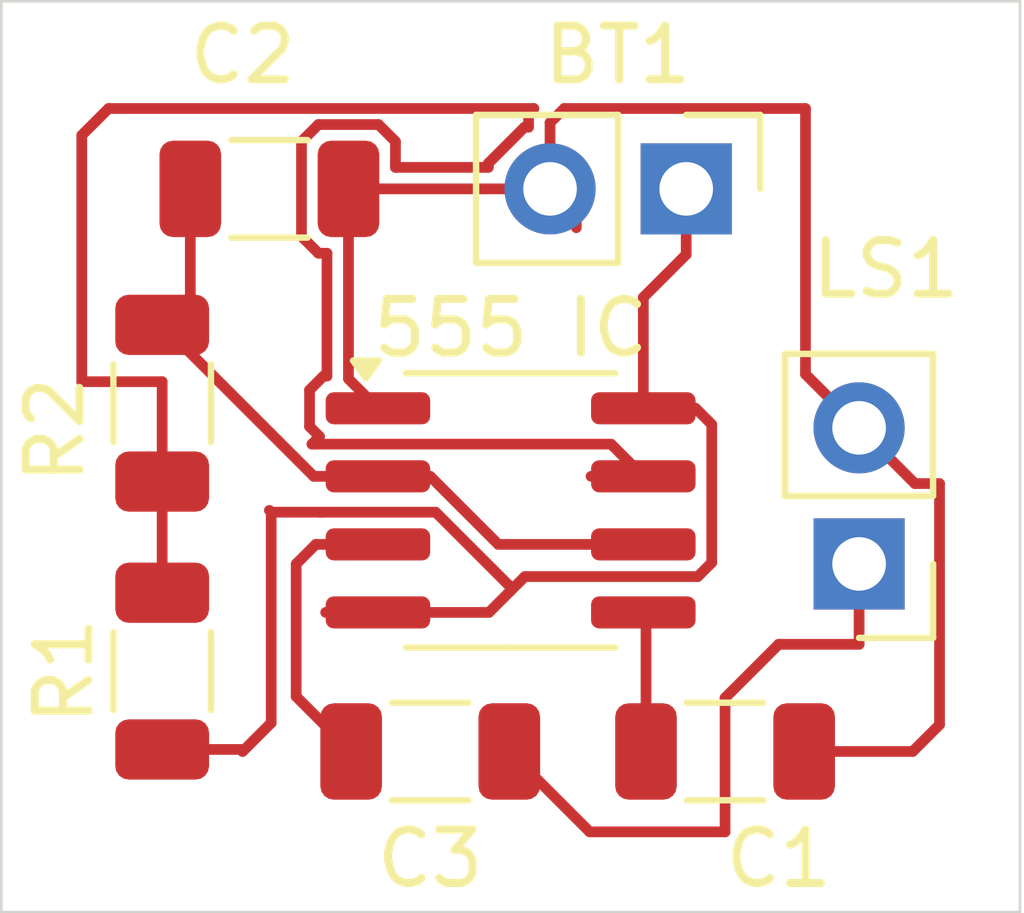
<source format=kicad_pcb>
(kicad_pcb (version 20241229) (generator "pcbnew") (generator_version "9.0")
  (layers (0 "F.Cu" signal) (2 "B.Cu" signal) (13 "F.Paste" user) (15 "B.Paste" user) (5 "F.SilkS" user "F.Silkscreen") (7 "B.SilkS" user "B.Silkscreen") (1 "F.Mask" user) (3 "B.Mask" user) (25 "Edge.Cuts" user))
  (net 0 "")
  (net 1 "GND")
  (net 2 "vcc")
  (net 3 "Net-(U1-CV)")
  (net 4 "trig")
  (net 5 "Net-(U1-Q)")
  (net 6 "Net-(C3-Pad2)")
  (net 7 "Net-(U1-DIS)")
  (footprint "Resistor_SMD:R_1206_3216Metric" (layer "F.Cu") (at 75 89.5 90)
    (property "Reference" "R2" (at -0.5 -2 90) (layer "F.SilkS"))
    (property "Value" "100k")
    (fp_line (start -0.727064 -0.91) (end 0.727064 -0.91) (stroke (width 0.12)) (layer "F.SilkS"))
    (fp_line (start -0.727064 0.91) (end 0.727064 0.91) (stroke (width 0.12)) (layer "F.SilkS"))
    (pad "1" smd roundrect (at -1.4625 0 90) (size 1.125 1.75) (layers "F.Cu" "F.Mask" "F.Paste") (roundrect_rratio 0.222222) (net 7 "Net-(U1-DIS)"))
    (pad "2" smd roundrect (at 1.4625 0 90) (size 1.125 1.75) (layers "F.Cu" "F.Mask" "F.Paste") (roundrect_rratio 0.222222) (net 4 "trig"))
  )
  (footprint "Connector_PinHeader_2.54mm:PinHeader_1x02_P2.54mm_Vertical" (layer "F.Cu") (at 88 92.5 180)
    (property "Reference" "LS1" (at -0.5 5.5 0) (layer "F.SilkS"))
    (property "Value" "Speaker")
    (fp_line (start 1.38 1.27) (end 1.38 3.92) (stroke (width 0.12)) (layer "F.SilkS"))
    (fp_line (start -1.38 3.92) (end 1.38 3.92) (stroke (width 0.12)) (layer "F.SilkS"))
    (fp_line (start -1.38 1.27) (end 1.38 1.27) (stroke (width 0.12)) (layer "F.SilkS"))
    (fp_line (start -1.38 1.27) (end -1.38 3.92) (stroke (width 0.12)) (layer "F.SilkS"))
    (fp_line (start -1.38 0) (end -1.38 -1.38) (stroke (width 0.12)) (layer "F.SilkS"))
    (fp_line (start -1.38 -1.38) (end 0 -1.38) (stroke (width 0.12)) (layer "F.SilkS"))
    (pad "1" thru_hole rect (at 0 0 180) (size 1.7 1.7) (drill 1) (layers "*.Cu" "*.Mask") (net 6 "Net-(C3-Pad2)"))
    (pad "2" thru_hole circle (at 0 2.54 180) (size 1.7 1.7) (drill 1) (layers "*.Cu" "*.Mask") (net 1 "GND"))
  )
  (footprint "Capacitor_SMD:C_1206_3216Metric" (layer "F.Cu") (at 77 85.5)
    (property "Reference" "C2" (at -0.5 -2.5 0) (layer "F.SilkS"))
    (property "Value" "0.1u")
    (fp_line (start -0.711252 -0.91) (end 0.711252 -0.91) (stroke (width 0.12)) (layer "F.SilkS"))
    (fp_line (start -0.711252 0.91) (end 0.711252 0.91) (stroke (width 0.12)) (layer "F.SilkS"))
    (pad "1" smd roundrect (at -1.475 0) (size 1.15 1.8) (layers "F.Cu" "F.Mask" "F.Paste") (roundrect_rratio 0.217391) (net 4 "trig"))
    (pad "2" smd roundrect (at 1.475 0) (size 1.15 1.8) (layers "F.Cu" "F.Mask" "F.Paste") (roundrect_rratio 0.217391) (net 1 "GND"))
  )
  (footprint "Connector_PinHeader_2.54mm:PinHeader_1x02_P2.54mm_Vertical" (layer "F.Cu") (at 84.775 85.5 -90)
    (property "Reference" "BT1" (at -2.5 1.275 180) (layer "F.SilkS"))
    (property "Value" "~")
    (fp_line (start -1.38 3.92) (end 1.38 3.92) (stroke (width 0.12)) (layer "F.SilkS"))
    (fp_line (start -1.38 1.27) (end -1.38 3.92) (stroke (width 0.12)) (layer "F.SilkS"))
    (fp_line (start -1.38 1.27) (end 1.38 1.27) (stroke (width 0.12)) (layer "F.SilkS"))
    (fp_line (start 1.38 1.27) (end 1.38 3.92) (stroke (width 0.12)) (layer "F.SilkS"))
    (fp_line (start -1.38 0) (end -1.38 -1.38) (stroke (width 0.12)) (layer "F.SilkS"))
    (fp_line (start -1.38 -1.38) (end 0 -1.38) (stroke (width 0.12)) (layer "F.SilkS"))
    (pad "1" thru_hole rect (at 0 0 270) (size 1.7 1.7) (drill 1) (layers "*.Cu" "*.Mask") (net 2 "vcc"))
    (pad "2" thru_hole circle (at 0 2.54 270) (size 1.7 1.7) (drill 1) (layers "*.Cu" "*.Mask") (net 1 "GND"))
  )
  (footprint "Resistor_SMD:R_1206_3216Metric" (layer "F.Cu") (at 75 94.5 90)
    (property "Reference" "R1" (at 0 -1.83 90) (layer "F.SilkS"))
    (property "Value" "4.7k")
    (fp_line (start -0.727064 -0.91) (end 0.727064 -0.91) (stroke (width 0.12)) (layer "F.SilkS"))
    (fp_line (start -0.727064 0.91) (end 0.727064 0.91) (stroke (width 0.12)) (layer "F.SilkS"))
    (pad "1" smd roundrect (at -1.4625 0 90) (size 1.125 1.75) (layers "F.Cu" "F.Mask" "F.Paste") (roundrect_rratio 0.222222) (net 2 "vcc"))
    (pad "2" smd roundrect (at 1.4625 0 90) (size 1.125 1.75) (layers "F.Cu" "F.Mask" "F.Paste") (roundrect_rratio 0.222222) (net 7 "Net-(U1-DIS)"))
  )
  (footprint "Capacitor_SMD:C_1206_3216Metric" (layer "F.Cu") (at 80 96)
    (property "Reference" "C3" (at 0 2 0) (layer "F.SilkS"))
    (property "Value" "10uf")
    (fp_line (start -0.711252 -0.91) (end 0.711252 -0.91) (stroke (width 0.12)) (layer "F.SilkS"))
    (fp_line (start -0.711252 0.91) (end 0.711252 0.91) (stroke (width 0.12)) (layer "F.SilkS"))
    (pad "1" smd roundrect (at -1.475 0) (size 1.15 1.8) (layers "F.Cu" "F.Mask" "F.Paste") (roundrect_rratio 0.217391) (net 5 "Net-(U1-Q)"))
    (pad "2" smd roundrect (at 1.475 0) (size 1.15 1.8) (layers "F.Cu" "F.Mask" "F.Paste") (roundrect_rratio 0.217391) (net 6 "Net-(C3-Pad2)"))
  )
  (footprint "Capacitor_SMD:C_1206_3216Metric" (layer "F.Cu") (at 85.5 96)
    (property "Reference" "C1" (at 1 2 0) (layer "F.SilkS"))
    (property "Value" "0.1uf")
    (fp_line (start -0.711252 -0.91) (end 0.711252 -0.91) (stroke (width 0.12)) (layer "F.SilkS"))
    (fp_line (start -0.711252 0.91) (end 0.711252 0.91) (stroke (width 0.12)) (layer "F.SilkS"))
    (pad "1" smd roundrect (at -1.475 0) (size 1.15 1.8) (layers "F.Cu" "F.Mask" "F.Paste") (roundrect_rratio 0.217391) (net 3 "Net-(U1-CV)"))
    (pad "2" smd roundrect (at 1.475 0) (size 1.15 1.8) (layers "F.Cu" "F.Mask" "F.Paste") (roundrect_rratio 0.217391) (net 1 "GND"))
  )
  (footprint "Package_SO:SOIC-8_3.9x4.9mm_P1.27mm" (layer "F.Cu") (at 81.5 91.5)
    (property "Reference" "555 IC" (at 0 -3.4 0) (layer "F.SilkS"))
    (property "Value" "LM555xM")
    (fp_line (start 0 -2.56) (end -1.95 -2.56) (stroke (width 0.12)) (layer "F.SilkS"))
    (fp_line (start 0 -2.56) (end 1.95 -2.56) (stroke (width 0.12)) (layer "F.SilkS"))
    (fp_line (start 0 2.56) (end -1.95 2.56) (stroke (width 0.12)) (layer "F.SilkS"))
    (fp_line (start 0 2.56) (end 1.95 2.56) (stroke (width 0.12)) (layer "F.SilkS"))
    (fp_poly (pts (xy -2.7 -2.465) (xy -2.94 -2.795) (xy -2.46 -2.795)) (stroke (width 0.12)) (fill yes) (layer "F.SilkS"))
    (pad "1" smd roundrect (at -2.475 -1.905) (size 1.95 0.6) (layers "F.Cu" "F.Mask" "F.Paste") (net 1 "GND"))
    (pad "2" smd roundrect (at -2.475 -0.635) (size 1.95 0.6) (layers "F.Cu" "F.Mask" "F.Paste") (net 4 "trig"))
    (pad "3" smd roundrect (at -2.475 0.635) (size 1.95 0.6) (layers "F.Cu" "F.Mask" "F.Paste") (net 5 "Net-(U1-Q)"))
    (pad "4" smd roundrect (at -2.475 1.905) (size 1.95 0.6) (layers "F.Cu" "F.Mask" "F.Paste") (net 2 "vcc"))
    (pad "5" smd roundrect (at 2.475 1.905) (size 1.95 0.6) (layers "F.Cu" "F.Mask" "F.Paste") (net 3 "Net-(U1-CV)"))
    (pad "6" smd roundrect (at 2.475 0.635) (size 1.95 0.6) (layers "F.Cu" "F.Mask" "F.Paste") (net 4 "trig"))
    (pad "7" smd roundrect (at 2.475 -0.635) (size 1.95 0.6) (layers "F.Cu" "F.Mask" "F.Paste") (net 7 "Net-(U1-DIS)"))
    (pad "8" smd roundrect (at 2.475 -1.905) (size 1.95 0.6) (layers "F.Cu" "F.Mask" "F.Paste") (net 2 "vcc"))
  )
  (gr_rect (start 72 82) (end 91 99) (stroke (width 0.05)) (fill no) (layer "Edge.Cuts"))
  (segment (start 82.5 84) (end 87 84) (width 0.2) (layer "F.Cu") (net 1))
  (segment (start 87 84) (end 87 88.96) (width 0.2) (layer "F.Cu") (net 1))
  (segment (start 78.475 85.5) (end 78.475 89.045) (width 0.2) (layer "F.Cu") (net 1))
  (segment (start 89 96) (end 89.5 95.5) (width 0.2) (layer "F.Cu") (net 1))
  (segment (start 89.5 91) (end 89.04 91) (width 0.2) (layer "F.Cu") (net 1))
  (segment (start 82.235 85.5) (end 82.235 84.265) (width 0.2) (layer "F.Cu") (net 1))
  (segment (start 87 88.96) (end 88 89.96) (width 0.2) (layer "F.Cu") (net 1))
  (segment (start 89.5 95.5) (end 89.5 91) (width 0.2) (layer "F.Cu") (net 1))
  (segment (start 78.475 89.045) (end 79.025 89.595) (width 0.2) (layer "F.Cu") (net 1))
  (segment (start 82.725 85.5) (end 82.725 86.225) (width 0.2) (layer "F.Cu") (net 1))
  (segment (start 82.235 85.5) (end 78.475 85.5) (width 0.2) (layer "F.Cu") (net 1))
  (segment (start 86.975 96) (end 89 96) (width 0.2) (layer "F.Cu") (net 1))
  (segment (start 89.04 91) (end 88 89.96) (width 0.2) (layer "F.Cu") (net 1))
  (segment (start 82.235 84.265) (end 82.5 84) (width 0.2) (layer "F.Cu") (net 1))
  (segment (start 83.975 89.595) (end 83.975 87.525) (width 0.2) (layer "F.Cu") (net 2))
  (segment (start 78 91.534) (end 80.1011 91.534) (width 0.2) (layer "F.Cu") (net 2))
  (segment (start 84.949999 89.595) (end 85.251 89.896001) (width 0.2) (layer "F.Cu") (net 2))
  (segment (start 83.975 89.595) (end 84.949999 89.595) (width 0.2) (layer "F.Cu") (net 2))
  (segment (start 75 95.9625) (end 76.4625 95.9625) (width 0.2) (layer "F.Cu") (net 2))
  (segment (start 77.034 95.466) (end 77.034 91.534) (width 0.2) (layer "F.Cu") (net 2))
  (segment (start 81.5 92.9329) (end 81.5 93) (width 0.2) (layer "F.Cu") (net 2))
  (segment (start 78 91.534) (end 77.034 91.534) (width 0.2) (layer "F.Cu") (net 2))
  (segment (start 85.251 89.896001) (end 85.251 92.475968) (width 0.2) (layer "F.Cu") (net 2))
  (segment (start 76.4625 95.9625) (end 76.5 96) (width 0.2) (layer "F.Cu") (net 2))
  (segment (start 81.095 93.405) (end 79.025 93.405) (width 0.2) (layer "F.Cu") (net 2))
  (segment (start 83.975 87.525) (end 84.775 86.725) (width 0.2) (layer "F.Cu") (net 2))
  (segment (start 81.764 92.736) (end 81.5 93) (width 0.2) (layer "F.Cu") (net 2))
  (segment (start 77.034 91.534) (end 77 91.5) (width 0.2) (layer "F.Cu") (net 2))
  (segment (start 85.251 92.475968) (end 84.990968 92.736) (width 0.2) (layer "F.Cu") (net 2))
  (segment (start 76.5 96) (end 77.034 95.466) (width 0.2) (layer "F.Cu") (net 2))
  (segment (start 77.9294 91.534) (end 78 91.534) (width 0.2) (layer "F.Cu") (net 2))
  (segment (start 81.5 93) (end 81.095 93.405) (width 0.2) (layer "F.Cu") (net 2))
  (segment (start 80.1011 91.534) (end 81.5 92.9329) (width 0.2) (layer "F.Cu") (net 2))
  (segment (start 84.775 86.725) (end 84.775 85.5) (width 0.2) (layer "F.Cu") (net 2))
  (segment (start 84.990968 92.736) (end 81.764 92.736) (width 0.2) (layer "F.Cu") (net 2))
  (segment (start 78.050001 93.405) (end 79.025 93.405) (width 0.2) (layer "F.Cu") (net 2))
  (segment (start 84.025 96) (end 84.025 93.455) (width 0.2) (layer "F.Cu") (net 3))
  (segment (start 84.025 93.455) (end 83.975 93.405) (width 0.2) (layer "F.Cu") (net 3))
  (segment (start 75.525 85.5) (end 75.525 87.5125) (width 0.2) (layer "F.Cu") (net 4))
  (segment (start 75 88.0375) (end 77.8275 90.865) (width 0.2) (layer "F.Cu") (net 4))
  (segment (start 77.8275 90.865) (end 79.025 90.865) (width 0.2) (layer "F.Cu") (net 4))
  (segment (start 79.025 90.865) (end 79.999999 90.865) (width 0.2) (layer "F.Cu") (net 4))
  (segment (start 79.999999 90.865) (end 81.269999 92.135) (width 0.2) (layer "F.Cu") (net 4))
  (segment (start 75.525 87.5125) (end 75 88.0375) (width 0.2) (layer "F.Cu") (net 4))
  (segment (start 81.269999 92.135) (end 83.975 92.135) (width 0.2) (layer "F.Cu") (net 4))
  (segment (start 79.025 92.135) (end 77.865 92.135) (width 0.2) (layer "F.Cu") (net 5))
  (segment (start 77.5 92.5) (end 77.5 94.975) (width 0.2) (layer "F.Cu") (net 5))
  (segment (start 77.865 92.135) (end 77.5 92.5) (width 0.2) (layer "F.Cu") (net 5))
  (segment (start 77.5 94.975) (end 78.525 96) (width 0.2) (layer "F.Cu") (net 5))
  (segment (start 86.5 94) (end 85.5 95) (width 0.2) (layer "F.Cu") (net 6))
  (segment (start 85.5 97.5) (end 82.975 97.5) (width 0.2) (layer "F.Cu") (net 6))
  (segment (start 85.5 95) (end 85.5 97.5) (width 0.2) (layer "F.Cu") (net 6))
  (segment (start 88 92.5) (end 88 94) (width 0.2) (layer "F.Cu") (net 6))
  (segment (start 88 94) (end 86.5 94) (width 0.2) (layer "F.Cu") (net 6))
  (segment (start 82.975 97.5) (end 81.475 96) (width 0.2) (layer "F.Cu") (net 6))
  (segment (start 79.03516 84.299) (end 77.91484 84.299) (width 0.2) (layer "F.Cu") (net 7))
  (segment (start 75 90.9625) (end 75 93.0375) (width 0.2) (layer "F.Cu") (net 7))
  (segment (start 77.599 84.61484) (end 77.599 86.38516) (width 0.2) (layer "F.Cu") (net 7))
  (segment (start 83.374 90.264) (end 83.975 90.865) (width 0.2) (layer "F.Cu") (net 7))
  (segment (start 77.599 86.38516) (end 77.91484 86.701) (width 0.2) (layer "F.Cu") (net 7))
  (segment (start 77.935316 90.122284) (end 77.7936 90.264) (width 0.2) (layer "F.Cu") (net 7))
  (segment (start 77.7936 90.264) (end 83.374 90.264) (width 0.2) (layer "F.Cu") (net 7))
  (segment (start 78.074 88.994) (end 78.009032 88.994) (width 0.2) (layer "F.Cu") (net 7))
  (segment (start 79.351 84.61484) (end 79.03516 84.299) (width 0.2) (layer "F.Cu") (net 7))
  (segment (start 73.5 89.099) (end 73.5 84.5) (width 0.2) (layer "F.Cu") (net 7))
  (segment (start 78.009032 88.994) (end 77.749 89.254032) (width 0.2) (layer "F.Cu") (net 7))
  (segment (start 77.749 89.935968) (end 77.935316 90.122284) (width 0.2) (layer "F.Cu") (net 7))
  (segment (start 78.074 86.701) (end 78.074 88.994) (width 0.2) (layer "F.Cu") (net 7))
  (segment (start 79.351 85.099) (end 79.351 84.61484) (width 0.2) (layer "F.Cu") (net 7))
  (segment (start 73.5 84.5) (end 74 84) (width 0.2) (layer "F.Cu") (net 7))
  (segment (start 77.91484 84.299) (end 77.599 84.61484) (width 0.2) (layer "F.Cu") (net 7))
  (segment (start 74 84) (end 81.9329 84) (width 0.2) (layer "F.Cu") (net 7))
  (segment (start 75 90.9625) (end 75 89.099) (width 0.2) (layer "F.Cu") (net 7))
  (segment (start 77.91484 86.701) (end 78.074 86.701) (width 0.2) (layer "F.Cu") (net 7))
  (segment (start 83.000001 90.865) (end 83.975 90.865) (width 0.2) (layer "F.Cu") (net 7))
  (segment (start 81.084 85.02324) (end 81.084 85.099) (width 0.2) (layer "F.Cu") (net 7))
  (segment (start 81.75824 84.349) (end 81.084 85.02324) (width 0.2) (layer "F.Cu") (net 7))
  (segment (start 81.9329 84) (end 81.834 84.0989) (width 0.2) (layer "F.Cu") (net 7))
  (segment (start 81.084 85.099) (end 79.351 85.099) (width 0.2) (layer "F.Cu") (net 7))
  (segment (start 77.749 89.254032) (end 77.749 89.935968) (width 0.2) (layer "F.Cu") (net 7))
  (segment (start 81.834 84.349) (end 81.75824 84.349) (width 0.2) (layer "F.Cu") (net 7))
  (segment (start 81.834 84.0989) (end 81.834 84.349) (width 0.2) (layer "F.Cu") (net 7))
  (segment (start 75 89.099) (end 73.5 89.099) (width 0.2) (layer "F.Cu") (net 7))
)
</source>
